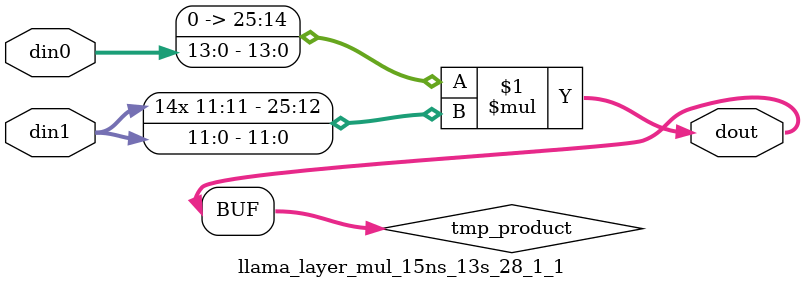
<source format=v>

`timescale 1 ns / 1 ps

 module llama_layer_mul_15ns_13s_28_1_1(din0, din1, dout);
parameter ID = 1;
parameter NUM_STAGE = 0;
parameter din0_WIDTH = 14;
parameter din1_WIDTH = 12;
parameter dout_WIDTH = 26;

input [din0_WIDTH - 1 : 0] din0; 
input [din1_WIDTH - 1 : 0] din1; 
output [dout_WIDTH - 1 : 0] dout;

wire signed [dout_WIDTH - 1 : 0] tmp_product;

























assign tmp_product = $signed({1'b0, din0}) * $signed(din1);










assign dout = tmp_product;





















endmodule

</source>
